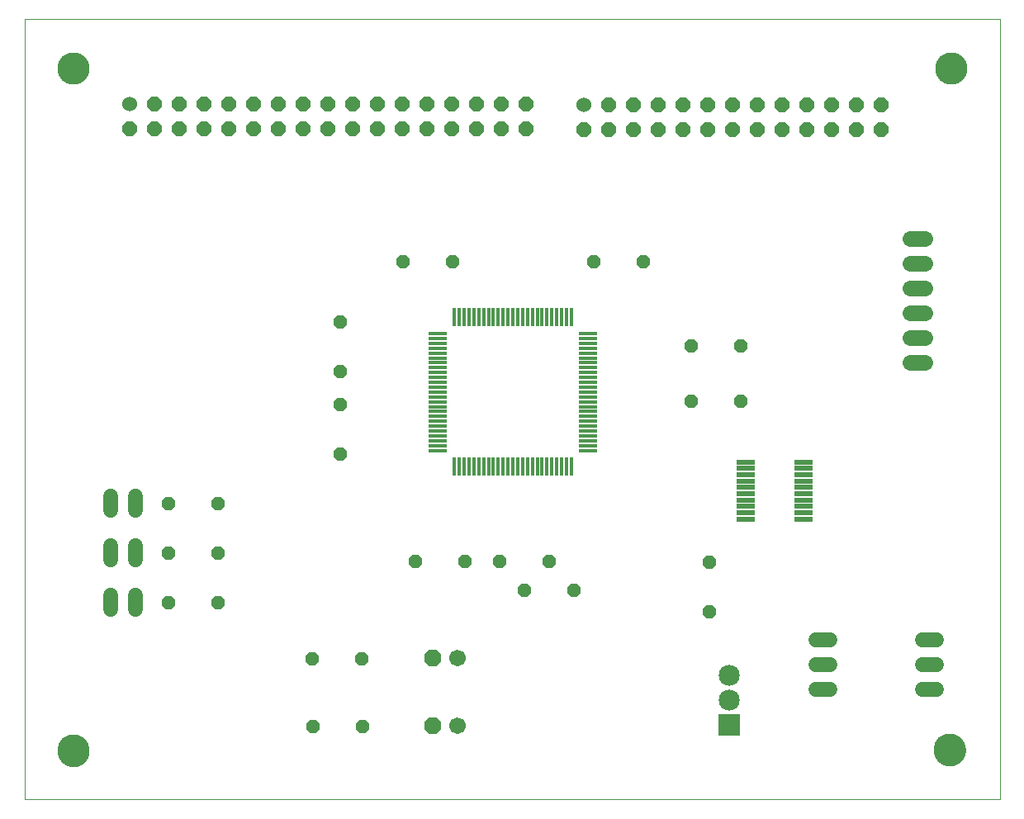
<source format=gts>
G75*
%MOIN*%
%OFA0B0*%
%FSLAX25Y25*%
%IPPOS*%
%LPD*%
%AMOC8*
5,1,8,0,0,1.08239X$1,22.5*
%
%ADD10C,0.00000*%
%ADD11C,0.12998*%
%ADD12OC8,0.05600*%
%ADD13OC8,0.06700*%
%ADD14C,0.06700*%
%ADD15C,0.06000*%
%ADD16OC8,0.06000*%
%ADD17R,0.07400X0.01500*%
%ADD18R,0.01500X0.07400*%
%ADD19R,0.07400X0.02000*%
%ADD20R,0.08500X0.08500*%
%ADD21C,0.08500*%
%ADD22C,0.06400*%
%ADD23C,0.06000*%
D10*
X0001000Y0001000D02*
X0001000Y0315961D01*
X0394701Y0315961D01*
X0394701Y0001000D01*
X0001000Y0001000D01*
X0014386Y0020685D02*
X0014388Y0020843D01*
X0014394Y0021001D01*
X0014404Y0021159D01*
X0014418Y0021317D01*
X0014436Y0021474D01*
X0014457Y0021631D01*
X0014483Y0021787D01*
X0014513Y0021943D01*
X0014546Y0022098D01*
X0014584Y0022251D01*
X0014625Y0022404D01*
X0014670Y0022556D01*
X0014719Y0022707D01*
X0014772Y0022856D01*
X0014828Y0023004D01*
X0014888Y0023150D01*
X0014952Y0023295D01*
X0015020Y0023438D01*
X0015091Y0023580D01*
X0015165Y0023720D01*
X0015243Y0023857D01*
X0015325Y0023993D01*
X0015409Y0024127D01*
X0015498Y0024258D01*
X0015589Y0024387D01*
X0015684Y0024514D01*
X0015781Y0024639D01*
X0015882Y0024761D01*
X0015986Y0024880D01*
X0016093Y0024997D01*
X0016203Y0025111D01*
X0016316Y0025222D01*
X0016431Y0025331D01*
X0016549Y0025436D01*
X0016670Y0025538D01*
X0016793Y0025638D01*
X0016919Y0025734D01*
X0017047Y0025827D01*
X0017177Y0025917D01*
X0017310Y0026003D01*
X0017445Y0026087D01*
X0017581Y0026166D01*
X0017720Y0026243D01*
X0017861Y0026315D01*
X0018003Y0026385D01*
X0018147Y0026450D01*
X0018293Y0026512D01*
X0018440Y0026570D01*
X0018589Y0026625D01*
X0018739Y0026676D01*
X0018890Y0026723D01*
X0019042Y0026766D01*
X0019195Y0026805D01*
X0019350Y0026841D01*
X0019505Y0026872D01*
X0019661Y0026900D01*
X0019817Y0026924D01*
X0019974Y0026944D01*
X0020132Y0026960D01*
X0020289Y0026972D01*
X0020448Y0026980D01*
X0020606Y0026984D01*
X0020764Y0026984D01*
X0020922Y0026980D01*
X0021081Y0026972D01*
X0021238Y0026960D01*
X0021396Y0026944D01*
X0021553Y0026924D01*
X0021709Y0026900D01*
X0021865Y0026872D01*
X0022020Y0026841D01*
X0022175Y0026805D01*
X0022328Y0026766D01*
X0022480Y0026723D01*
X0022631Y0026676D01*
X0022781Y0026625D01*
X0022930Y0026570D01*
X0023077Y0026512D01*
X0023223Y0026450D01*
X0023367Y0026385D01*
X0023509Y0026315D01*
X0023650Y0026243D01*
X0023789Y0026166D01*
X0023925Y0026087D01*
X0024060Y0026003D01*
X0024193Y0025917D01*
X0024323Y0025827D01*
X0024451Y0025734D01*
X0024577Y0025638D01*
X0024700Y0025538D01*
X0024821Y0025436D01*
X0024939Y0025331D01*
X0025054Y0025222D01*
X0025167Y0025111D01*
X0025277Y0024997D01*
X0025384Y0024880D01*
X0025488Y0024761D01*
X0025589Y0024639D01*
X0025686Y0024514D01*
X0025781Y0024387D01*
X0025872Y0024258D01*
X0025961Y0024127D01*
X0026045Y0023993D01*
X0026127Y0023857D01*
X0026205Y0023720D01*
X0026279Y0023580D01*
X0026350Y0023438D01*
X0026418Y0023295D01*
X0026482Y0023150D01*
X0026542Y0023004D01*
X0026598Y0022856D01*
X0026651Y0022707D01*
X0026700Y0022556D01*
X0026745Y0022404D01*
X0026786Y0022251D01*
X0026824Y0022098D01*
X0026857Y0021943D01*
X0026887Y0021787D01*
X0026913Y0021631D01*
X0026934Y0021474D01*
X0026952Y0021317D01*
X0026966Y0021159D01*
X0026976Y0021001D01*
X0026982Y0020843D01*
X0026984Y0020685D01*
X0026982Y0020527D01*
X0026976Y0020369D01*
X0026966Y0020211D01*
X0026952Y0020053D01*
X0026934Y0019896D01*
X0026913Y0019739D01*
X0026887Y0019583D01*
X0026857Y0019427D01*
X0026824Y0019272D01*
X0026786Y0019119D01*
X0026745Y0018966D01*
X0026700Y0018814D01*
X0026651Y0018663D01*
X0026598Y0018514D01*
X0026542Y0018366D01*
X0026482Y0018220D01*
X0026418Y0018075D01*
X0026350Y0017932D01*
X0026279Y0017790D01*
X0026205Y0017650D01*
X0026127Y0017513D01*
X0026045Y0017377D01*
X0025961Y0017243D01*
X0025872Y0017112D01*
X0025781Y0016983D01*
X0025686Y0016856D01*
X0025589Y0016731D01*
X0025488Y0016609D01*
X0025384Y0016490D01*
X0025277Y0016373D01*
X0025167Y0016259D01*
X0025054Y0016148D01*
X0024939Y0016039D01*
X0024821Y0015934D01*
X0024700Y0015832D01*
X0024577Y0015732D01*
X0024451Y0015636D01*
X0024323Y0015543D01*
X0024193Y0015453D01*
X0024060Y0015367D01*
X0023925Y0015283D01*
X0023789Y0015204D01*
X0023650Y0015127D01*
X0023509Y0015055D01*
X0023367Y0014985D01*
X0023223Y0014920D01*
X0023077Y0014858D01*
X0022930Y0014800D01*
X0022781Y0014745D01*
X0022631Y0014694D01*
X0022480Y0014647D01*
X0022328Y0014604D01*
X0022175Y0014565D01*
X0022020Y0014529D01*
X0021865Y0014498D01*
X0021709Y0014470D01*
X0021553Y0014446D01*
X0021396Y0014426D01*
X0021238Y0014410D01*
X0021081Y0014398D01*
X0020922Y0014390D01*
X0020764Y0014386D01*
X0020606Y0014386D01*
X0020448Y0014390D01*
X0020289Y0014398D01*
X0020132Y0014410D01*
X0019974Y0014426D01*
X0019817Y0014446D01*
X0019661Y0014470D01*
X0019505Y0014498D01*
X0019350Y0014529D01*
X0019195Y0014565D01*
X0019042Y0014604D01*
X0018890Y0014647D01*
X0018739Y0014694D01*
X0018589Y0014745D01*
X0018440Y0014800D01*
X0018293Y0014858D01*
X0018147Y0014920D01*
X0018003Y0014985D01*
X0017861Y0015055D01*
X0017720Y0015127D01*
X0017581Y0015204D01*
X0017445Y0015283D01*
X0017310Y0015367D01*
X0017177Y0015453D01*
X0017047Y0015543D01*
X0016919Y0015636D01*
X0016793Y0015732D01*
X0016670Y0015832D01*
X0016549Y0015934D01*
X0016431Y0016039D01*
X0016316Y0016148D01*
X0016203Y0016259D01*
X0016093Y0016373D01*
X0015986Y0016490D01*
X0015882Y0016609D01*
X0015781Y0016731D01*
X0015684Y0016856D01*
X0015589Y0016983D01*
X0015498Y0017112D01*
X0015409Y0017243D01*
X0015325Y0017377D01*
X0015243Y0017513D01*
X0015165Y0017650D01*
X0015091Y0017790D01*
X0015020Y0017932D01*
X0014952Y0018075D01*
X0014888Y0018220D01*
X0014828Y0018366D01*
X0014772Y0018514D01*
X0014719Y0018663D01*
X0014670Y0018814D01*
X0014625Y0018966D01*
X0014584Y0019119D01*
X0014546Y0019272D01*
X0014513Y0019427D01*
X0014483Y0019583D01*
X0014457Y0019739D01*
X0014436Y0019896D01*
X0014418Y0020053D01*
X0014404Y0020211D01*
X0014394Y0020369D01*
X0014388Y0020527D01*
X0014386Y0020685D01*
X0014386Y0296276D02*
X0014388Y0296434D01*
X0014394Y0296592D01*
X0014404Y0296750D01*
X0014418Y0296908D01*
X0014436Y0297065D01*
X0014457Y0297222D01*
X0014483Y0297378D01*
X0014513Y0297534D01*
X0014546Y0297689D01*
X0014584Y0297842D01*
X0014625Y0297995D01*
X0014670Y0298147D01*
X0014719Y0298298D01*
X0014772Y0298447D01*
X0014828Y0298595D01*
X0014888Y0298741D01*
X0014952Y0298886D01*
X0015020Y0299029D01*
X0015091Y0299171D01*
X0015165Y0299311D01*
X0015243Y0299448D01*
X0015325Y0299584D01*
X0015409Y0299718D01*
X0015498Y0299849D01*
X0015589Y0299978D01*
X0015684Y0300105D01*
X0015781Y0300230D01*
X0015882Y0300352D01*
X0015986Y0300471D01*
X0016093Y0300588D01*
X0016203Y0300702D01*
X0016316Y0300813D01*
X0016431Y0300922D01*
X0016549Y0301027D01*
X0016670Y0301129D01*
X0016793Y0301229D01*
X0016919Y0301325D01*
X0017047Y0301418D01*
X0017177Y0301508D01*
X0017310Y0301594D01*
X0017445Y0301678D01*
X0017581Y0301757D01*
X0017720Y0301834D01*
X0017861Y0301906D01*
X0018003Y0301976D01*
X0018147Y0302041D01*
X0018293Y0302103D01*
X0018440Y0302161D01*
X0018589Y0302216D01*
X0018739Y0302267D01*
X0018890Y0302314D01*
X0019042Y0302357D01*
X0019195Y0302396D01*
X0019350Y0302432D01*
X0019505Y0302463D01*
X0019661Y0302491D01*
X0019817Y0302515D01*
X0019974Y0302535D01*
X0020132Y0302551D01*
X0020289Y0302563D01*
X0020448Y0302571D01*
X0020606Y0302575D01*
X0020764Y0302575D01*
X0020922Y0302571D01*
X0021081Y0302563D01*
X0021238Y0302551D01*
X0021396Y0302535D01*
X0021553Y0302515D01*
X0021709Y0302491D01*
X0021865Y0302463D01*
X0022020Y0302432D01*
X0022175Y0302396D01*
X0022328Y0302357D01*
X0022480Y0302314D01*
X0022631Y0302267D01*
X0022781Y0302216D01*
X0022930Y0302161D01*
X0023077Y0302103D01*
X0023223Y0302041D01*
X0023367Y0301976D01*
X0023509Y0301906D01*
X0023650Y0301834D01*
X0023789Y0301757D01*
X0023925Y0301678D01*
X0024060Y0301594D01*
X0024193Y0301508D01*
X0024323Y0301418D01*
X0024451Y0301325D01*
X0024577Y0301229D01*
X0024700Y0301129D01*
X0024821Y0301027D01*
X0024939Y0300922D01*
X0025054Y0300813D01*
X0025167Y0300702D01*
X0025277Y0300588D01*
X0025384Y0300471D01*
X0025488Y0300352D01*
X0025589Y0300230D01*
X0025686Y0300105D01*
X0025781Y0299978D01*
X0025872Y0299849D01*
X0025961Y0299718D01*
X0026045Y0299584D01*
X0026127Y0299448D01*
X0026205Y0299311D01*
X0026279Y0299171D01*
X0026350Y0299029D01*
X0026418Y0298886D01*
X0026482Y0298741D01*
X0026542Y0298595D01*
X0026598Y0298447D01*
X0026651Y0298298D01*
X0026700Y0298147D01*
X0026745Y0297995D01*
X0026786Y0297842D01*
X0026824Y0297689D01*
X0026857Y0297534D01*
X0026887Y0297378D01*
X0026913Y0297222D01*
X0026934Y0297065D01*
X0026952Y0296908D01*
X0026966Y0296750D01*
X0026976Y0296592D01*
X0026982Y0296434D01*
X0026984Y0296276D01*
X0026982Y0296118D01*
X0026976Y0295960D01*
X0026966Y0295802D01*
X0026952Y0295644D01*
X0026934Y0295487D01*
X0026913Y0295330D01*
X0026887Y0295174D01*
X0026857Y0295018D01*
X0026824Y0294863D01*
X0026786Y0294710D01*
X0026745Y0294557D01*
X0026700Y0294405D01*
X0026651Y0294254D01*
X0026598Y0294105D01*
X0026542Y0293957D01*
X0026482Y0293811D01*
X0026418Y0293666D01*
X0026350Y0293523D01*
X0026279Y0293381D01*
X0026205Y0293241D01*
X0026127Y0293104D01*
X0026045Y0292968D01*
X0025961Y0292834D01*
X0025872Y0292703D01*
X0025781Y0292574D01*
X0025686Y0292447D01*
X0025589Y0292322D01*
X0025488Y0292200D01*
X0025384Y0292081D01*
X0025277Y0291964D01*
X0025167Y0291850D01*
X0025054Y0291739D01*
X0024939Y0291630D01*
X0024821Y0291525D01*
X0024700Y0291423D01*
X0024577Y0291323D01*
X0024451Y0291227D01*
X0024323Y0291134D01*
X0024193Y0291044D01*
X0024060Y0290958D01*
X0023925Y0290874D01*
X0023789Y0290795D01*
X0023650Y0290718D01*
X0023509Y0290646D01*
X0023367Y0290576D01*
X0023223Y0290511D01*
X0023077Y0290449D01*
X0022930Y0290391D01*
X0022781Y0290336D01*
X0022631Y0290285D01*
X0022480Y0290238D01*
X0022328Y0290195D01*
X0022175Y0290156D01*
X0022020Y0290120D01*
X0021865Y0290089D01*
X0021709Y0290061D01*
X0021553Y0290037D01*
X0021396Y0290017D01*
X0021238Y0290001D01*
X0021081Y0289989D01*
X0020922Y0289981D01*
X0020764Y0289977D01*
X0020606Y0289977D01*
X0020448Y0289981D01*
X0020289Y0289989D01*
X0020132Y0290001D01*
X0019974Y0290017D01*
X0019817Y0290037D01*
X0019661Y0290061D01*
X0019505Y0290089D01*
X0019350Y0290120D01*
X0019195Y0290156D01*
X0019042Y0290195D01*
X0018890Y0290238D01*
X0018739Y0290285D01*
X0018589Y0290336D01*
X0018440Y0290391D01*
X0018293Y0290449D01*
X0018147Y0290511D01*
X0018003Y0290576D01*
X0017861Y0290646D01*
X0017720Y0290718D01*
X0017581Y0290795D01*
X0017445Y0290874D01*
X0017310Y0290958D01*
X0017177Y0291044D01*
X0017047Y0291134D01*
X0016919Y0291227D01*
X0016793Y0291323D01*
X0016670Y0291423D01*
X0016549Y0291525D01*
X0016431Y0291630D01*
X0016316Y0291739D01*
X0016203Y0291850D01*
X0016093Y0291964D01*
X0015986Y0292081D01*
X0015882Y0292200D01*
X0015781Y0292322D01*
X0015684Y0292447D01*
X0015589Y0292574D01*
X0015498Y0292703D01*
X0015409Y0292834D01*
X0015325Y0292968D01*
X0015243Y0293104D01*
X0015165Y0293241D01*
X0015091Y0293381D01*
X0015020Y0293523D01*
X0014952Y0293666D01*
X0014888Y0293811D01*
X0014828Y0293957D01*
X0014772Y0294105D01*
X0014719Y0294254D01*
X0014670Y0294405D01*
X0014625Y0294557D01*
X0014584Y0294710D01*
X0014546Y0294863D01*
X0014513Y0295018D01*
X0014483Y0295174D01*
X0014457Y0295330D01*
X0014436Y0295487D01*
X0014418Y0295644D01*
X0014404Y0295802D01*
X0014394Y0295960D01*
X0014388Y0296118D01*
X0014386Y0296276D01*
X0368717Y0296276D02*
X0368719Y0296434D01*
X0368725Y0296592D01*
X0368735Y0296750D01*
X0368749Y0296908D01*
X0368767Y0297065D01*
X0368788Y0297222D01*
X0368814Y0297378D01*
X0368844Y0297534D01*
X0368877Y0297689D01*
X0368915Y0297842D01*
X0368956Y0297995D01*
X0369001Y0298147D01*
X0369050Y0298298D01*
X0369103Y0298447D01*
X0369159Y0298595D01*
X0369219Y0298741D01*
X0369283Y0298886D01*
X0369351Y0299029D01*
X0369422Y0299171D01*
X0369496Y0299311D01*
X0369574Y0299448D01*
X0369656Y0299584D01*
X0369740Y0299718D01*
X0369829Y0299849D01*
X0369920Y0299978D01*
X0370015Y0300105D01*
X0370112Y0300230D01*
X0370213Y0300352D01*
X0370317Y0300471D01*
X0370424Y0300588D01*
X0370534Y0300702D01*
X0370647Y0300813D01*
X0370762Y0300922D01*
X0370880Y0301027D01*
X0371001Y0301129D01*
X0371124Y0301229D01*
X0371250Y0301325D01*
X0371378Y0301418D01*
X0371508Y0301508D01*
X0371641Y0301594D01*
X0371776Y0301678D01*
X0371912Y0301757D01*
X0372051Y0301834D01*
X0372192Y0301906D01*
X0372334Y0301976D01*
X0372478Y0302041D01*
X0372624Y0302103D01*
X0372771Y0302161D01*
X0372920Y0302216D01*
X0373070Y0302267D01*
X0373221Y0302314D01*
X0373373Y0302357D01*
X0373526Y0302396D01*
X0373681Y0302432D01*
X0373836Y0302463D01*
X0373992Y0302491D01*
X0374148Y0302515D01*
X0374305Y0302535D01*
X0374463Y0302551D01*
X0374620Y0302563D01*
X0374779Y0302571D01*
X0374937Y0302575D01*
X0375095Y0302575D01*
X0375253Y0302571D01*
X0375412Y0302563D01*
X0375569Y0302551D01*
X0375727Y0302535D01*
X0375884Y0302515D01*
X0376040Y0302491D01*
X0376196Y0302463D01*
X0376351Y0302432D01*
X0376506Y0302396D01*
X0376659Y0302357D01*
X0376811Y0302314D01*
X0376962Y0302267D01*
X0377112Y0302216D01*
X0377261Y0302161D01*
X0377408Y0302103D01*
X0377554Y0302041D01*
X0377698Y0301976D01*
X0377840Y0301906D01*
X0377981Y0301834D01*
X0378120Y0301757D01*
X0378256Y0301678D01*
X0378391Y0301594D01*
X0378524Y0301508D01*
X0378654Y0301418D01*
X0378782Y0301325D01*
X0378908Y0301229D01*
X0379031Y0301129D01*
X0379152Y0301027D01*
X0379270Y0300922D01*
X0379385Y0300813D01*
X0379498Y0300702D01*
X0379608Y0300588D01*
X0379715Y0300471D01*
X0379819Y0300352D01*
X0379920Y0300230D01*
X0380017Y0300105D01*
X0380112Y0299978D01*
X0380203Y0299849D01*
X0380292Y0299718D01*
X0380376Y0299584D01*
X0380458Y0299448D01*
X0380536Y0299311D01*
X0380610Y0299171D01*
X0380681Y0299029D01*
X0380749Y0298886D01*
X0380813Y0298741D01*
X0380873Y0298595D01*
X0380929Y0298447D01*
X0380982Y0298298D01*
X0381031Y0298147D01*
X0381076Y0297995D01*
X0381117Y0297842D01*
X0381155Y0297689D01*
X0381188Y0297534D01*
X0381218Y0297378D01*
X0381244Y0297222D01*
X0381265Y0297065D01*
X0381283Y0296908D01*
X0381297Y0296750D01*
X0381307Y0296592D01*
X0381313Y0296434D01*
X0381315Y0296276D01*
X0381313Y0296118D01*
X0381307Y0295960D01*
X0381297Y0295802D01*
X0381283Y0295644D01*
X0381265Y0295487D01*
X0381244Y0295330D01*
X0381218Y0295174D01*
X0381188Y0295018D01*
X0381155Y0294863D01*
X0381117Y0294710D01*
X0381076Y0294557D01*
X0381031Y0294405D01*
X0380982Y0294254D01*
X0380929Y0294105D01*
X0380873Y0293957D01*
X0380813Y0293811D01*
X0380749Y0293666D01*
X0380681Y0293523D01*
X0380610Y0293381D01*
X0380536Y0293241D01*
X0380458Y0293104D01*
X0380376Y0292968D01*
X0380292Y0292834D01*
X0380203Y0292703D01*
X0380112Y0292574D01*
X0380017Y0292447D01*
X0379920Y0292322D01*
X0379819Y0292200D01*
X0379715Y0292081D01*
X0379608Y0291964D01*
X0379498Y0291850D01*
X0379385Y0291739D01*
X0379270Y0291630D01*
X0379152Y0291525D01*
X0379031Y0291423D01*
X0378908Y0291323D01*
X0378782Y0291227D01*
X0378654Y0291134D01*
X0378524Y0291044D01*
X0378391Y0290958D01*
X0378256Y0290874D01*
X0378120Y0290795D01*
X0377981Y0290718D01*
X0377840Y0290646D01*
X0377698Y0290576D01*
X0377554Y0290511D01*
X0377408Y0290449D01*
X0377261Y0290391D01*
X0377112Y0290336D01*
X0376962Y0290285D01*
X0376811Y0290238D01*
X0376659Y0290195D01*
X0376506Y0290156D01*
X0376351Y0290120D01*
X0376196Y0290089D01*
X0376040Y0290061D01*
X0375884Y0290037D01*
X0375727Y0290017D01*
X0375569Y0290001D01*
X0375412Y0289989D01*
X0375253Y0289981D01*
X0375095Y0289977D01*
X0374937Y0289977D01*
X0374779Y0289981D01*
X0374620Y0289989D01*
X0374463Y0290001D01*
X0374305Y0290017D01*
X0374148Y0290037D01*
X0373992Y0290061D01*
X0373836Y0290089D01*
X0373681Y0290120D01*
X0373526Y0290156D01*
X0373373Y0290195D01*
X0373221Y0290238D01*
X0373070Y0290285D01*
X0372920Y0290336D01*
X0372771Y0290391D01*
X0372624Y0290449D01*
X0372478Y0290511D01*
X0372334Y0290576D01*
X0372192Y0290646D01*
X0372051Y0290718D01*
X0371912Y0290795D01*
X0371776Y0290874D01*
X0371641Y0290958D01*
X0371508Y0291044D01*
X0371378Y0291134D01*
X0371250Y0291227D01*
X0371124Y0291323D01*
X0371001Y0291423D01*
X0370880Y0291525D01*
X0370762Y0291630D01*
X0370647Y0291739D01*
X0370534Y0291850D01*
X0370424Y0291964D01*
X0370317Y0292081D01*
X0370213Y0292200D01*
X0370112Y0292322D01*
X0370015Y0292447D01*
X0369920Y0292574D01*
X0369829Y0292703D01*
X0369740Y0292834D01*
X0369656Y0292968D01*
X0369574Y0293104D01*
X0369496Y0293241D01*
X0369422Y0293381D01*
X0369351Y0293523D01*
X0369283Y0293666D01*
X0369219Y0293811D01*
X0369159Y0293957D01*
X0369103Y0294105D01*
X0369050Y0294254D01*
X0369001Y0294405D01*
X0368956Y0294557D01*
X0368915Y0294710D01*
X0368877Y0294863D01*
X0368844Y0295018D01*
X0368814Y0295174D01*
X0368788Y0295330D01*
X0368767Y0295487D01*
X0368749Y0295644D01*
X0368735Y0295802D01*
X0368725Y0295960D01*
X0368719Y0296118D01*
X0368717Y0296276D01*
X0368115Y0021008D02*
X0368117Y0021166D01*
X0368123Y0021324D01*
X0368133Y0021482D01*
X0368147Y0021640D01*
X0368165Y0021797D01*
X0368186Y0021954D01*
X0368212Y0022110D01*
X0368242Y0022266D01*
X0368275Y0022421D01*
X0368313Y0022574D01*
X0368354Y0022727D01*
X0368399Y0022879D01*
X0368448Y0023030D01*
X0368501Y0023179D01*
X0368557Y0023327D01*
X0368617Y0023473D01*
X0368681Y0023618D01*
X0368749Y0023761D01*
X0368820Y0023903D01*
X0368894Y0024043D01*
X0368972Y0024180D01*
X0369054Y0024316D01*
X0369138Y0024450D01*
X0369227Y0024581D01*
X0369318Y0024710D01*
X0369413Y0024837D01*
X0369510Y0024962D01*
X0369611Y0025084D01*
X0369715Y0025203D01*
X0369822Y0025320D01*
X0369932Y0025434D01*
X0370045Y0025545D01*
X0370160Y0025654D01*
X0370278Y0025759D01*
X0370399Y0025861D01*
X0370522Y0025961D01*
X0370648Y0026057D01*
X0370776Y0026150D01*
X0370906Y0026240D01*
X0371039Y0026326D01*
X0371174Y0026410D01*
X0371310Y0026489D01*
X0371449Y0026566D01*
X0371590Y0026638D01*
X0371732Y0026708D01*
X0371876Y0026773D01*
X0372022Y0026835D01*
X0372169Y0026893D01*
X0372318Y0026948D01*
X0372468Y0026999D01*
X0372619Y0027046D01*
X0372771Y0027089D01*
X0372924Y0027128D01*
X0373079Y0027164D01*
X0373234Y0027195D01*
X0373390Y0027223D01*
X0373546Y0027247D01*
X0373703Y0027267D01*
X0373861Y0027283D01*
X0374018Y0027295D01*
X0374177Y0027303D01*
X0374335Y0027307D01*
X0374493Y0027307D01*
X0374651Y0027303D01*
X0374810Y0027295D01*
X0374967Y0027283D01*
X0375125Y0027267D01*
X0375282Y0027247D01*
X0375438Y0027223D01*
X0375594Y0027195D01*
X0375749Y0027164D01*
X0375904Y0027128D01*
X0376057Y0027089D01*
X0376209Y0027046D01*
X0376360Y0026999D01*
X0376510Y0026948D01*
X0376659Y0026893D01*
X0376806Y0026835D01*
X0376952Y0026773D01*
X0377096Y0026708D01*
X0377238Y0026638D01*
X0377379Y0026566D01*
X0377518Y0026489D01*
X0377654Y0026410D01*
X0377789Y0026326D01*
X0377922Y0026240D01*
X0378052Y0026150D01*
X0378180Y0026057D01*
X0378306Y0025961D01*
X0378429Y0025861D01*
X0378550Y0025759D01*
X0378668Y0025654D01*
X0378783Y0025545D01*
X0378896Y0025434D01*
X0379006Y0025320D01*
X0379113Y0025203D01*
X0379217Y0025084D01*
X0379318Y0024962D01*
X0379415Y0024837D01*
X0379510Y0024710D01*
X0379601Y0024581D01*
X0379690Y0024450D01*
X0379774Y0024316D01*
X0379856Y0024180D01*
X0379934Y0024043D01*
X0380008Y0023903D01*
X0380079Y0023761D01*
X0380147Y0023618D01*
X0380211Y0023473D01*
X0380271Y0023327D01*
X0380327Y0023179D01*
X0380380Y0023030D01*
X0380429Y0022879D01*
X0380474Y0022727D01*
X0380515Y0022574D01*
X0380553Y0022421D01*
X0380586Y0022266D01*
X0380616Y0022110D01*
X0380642Y0021954D01*
X0380663Y0021797D01*
X0380681Y0021640D01*
X0380695Y0021482D01*
X0380705Y0021324D01*
X0380711Y0021166D01*
X0380713Y0021008D01*
X0380711Y0020850D01*
X0380705Y0020692D01*
X0380695Y0020534D01*
X0380681Y0020376D01*
X0380663Y0020219D01*
X0380642Y0020062D01*
X0380616Y0019906D01*
X0380586Y0019750D01*
X0380553Y0019595D01*
X0380515Y0019442D01*
X0380474Y0019289D01*
X0380429Y0019137D01*
X0380380Y0018986D01*
X0380327Y0018837D01*
X0380271Y0018689D01*
X0380211Y0018543D01*
X0380147Y0018398D01*
X0380079Y0018255D01*
X0380008Y0018113D01*
X0379934Y0017973D01*
X0379856Y0017836D01*
X0379774Y0017700D01*
X0379690Y0017566D01*
X0379601Y0017435D01*
X0379510Y0017306D01*
X0379415Y0017179D01*
X0379318Y0017054D01*
X0379217Y0016932D01*
X0379113Y0016813D01*
X0379006Y0016696D01*
X0378896Y0016582D01*
X0378783Y0016471D01*
X0378668Y0016362D01*
X0378550Y0016257D01*
X0378429Y0016155D01*
X0378306Y0016055D01*
X0378180Y0015959D01*
X0378052Y0015866D01*
X0377922Y0015776D01*
X0377789Y0015690D01*
X0377654Y0015606D01*
X0377518Y0015527D01*
X0377379Y0015450D01*
X0377238Y0015378D01*
X0377096Y0015308D01*
X0376952Y0015243D01*
X0376806Y0015181D01*
X0376659Y0015123D01*
X0376510Y0015068D01*
X0376360Y0015017D01*
X0376209Y0014970D01*
X0376057Y0014927D01*
X0375904Y0014888D01*
X0375749Y0014852D01*
X0375594Y0014821D01*
X0375438Y0014793D01*
X0375282Y0014769D01*
X0375125Y0014749D01*
X0374967Y0014733D01*
X0374810Y0014721D01*
X0374651Y0014713D01*
X0374493Y0014709D01*
X0374335Y0014709D01*
X0374177Y0014713D01*
X0374018Y0014721D01*
X0373861Y0014733D01*
X0373703Y0014749D01*
X0373546Y0014769D01*
X0373390Y0014793D01*
X0373234Y0014821D01*
X0373079Y0014852D01*
X0372924Y0014888D01*
X0372771Y0014927D01*
X0372619Y0014970D01*
X0372468Y0015017D01*
X0372318Y0015068D01*
X0372169Y0015123D01*
X0372022Y0015181D01*
X0371876Y0015243D01*
X0371732Y0015308D01*
X0371590Y0015378D01*
X0371449Y0015450D01*
X0371310Y0015527D01*
X0371174Y0015606D01*
X0371039Y0015690D01*
X0370906Y0015776D01*
X0370776Y0015866D01*
X0370648Y0015959D01*
X0370522Y0016055D01*
X0370399Y0016155D01*
X0370278Y0016257D01*
X0370160Y0016362D01*
X0370045Y0016471D01*
X0369932Y0016582D01*
X0369822Y0016696D01*
X0369715Y0016813D01*
X0369611Y0016932D01*
X0369510Y0017054D01*
X0369413Y0017179D01*
X0369318Y0017306D01*
X0369227Y0017435D01*
X0369138Y0017566D01*
X0369054Y0017700D01*
X0368972Y0017836D01*
X0368894Y0017973D01*
X0368820Y0018113D01*
X0368749Y0018255D01*
X0368681Y0018398D01*
X0368617Y0018543D01*
X0368557Y0018689D01*
X0368501Y0018837D01*
X0368448Y0018986D01*
X0368399Y0019137D01*
X0368354Y0019289D01*
X0368313Y0019442D01*
X0368275Y0019595D01*
X0368242Y0019750D01*
X0368212Y0019906D01*
X0368186Y0020062D01*
X0368165Y0020219D01*
X0368147Y0020376D01*
X0368133Y0020534D01*
X0368123Y0020692D01*
X0368117Y0020850D01*
X0368115Y0021008D01*
D11*
X0374414Y0021008D03*
X0375016Y0296276D03*
X0020685Y0296276D03*
X0020685Y0020685D03*
D12*
X0059199Y0080504D03*
X0059199Y0100504D03*
X0079199Y0100504D03*
X0079199Y0080504D03*
X0117297Y0057664D03*
X0137297Y0057664D03*
X0137510Y0030440D03*
X0117510Y0030440D03*
X0158761Y0097123D03*
X0178761Y0097123D03*
X0192662Y0097064D03*
X0202944Y0085586D03*
X0212662Y0097064D03*
X0222944Y0085586D03*
X0277566Y0076696D03*
X0277566Y0096696D03*
X0270111Y0161877D03*
X0290111Y0161877D03*
X0290141Y0183961D03*
X0270141Y0183961D03*
X0250882Y0218030D03*
X0230882Y0218030D03*
X0173884Y0218035D03*
X0153884Y0218035D03*
X0128585Y0193882D03*
X0128585Y0173882D03*
X0128571Y0160608D03*
X0128571Y0140608D03*
X0079199Y0120504D03*
X0059199Y0120504D03*
D13*
X0165757Y0057994D03*
X0165891Y0030636D03*
D14*
X0175891Y0030636D03*
X0175757Y0057994D03*
D15*
X0226942Y0281463D03*
X0043572Y0281692D03*
D16*
X0053572Y0281692D03*
X0063572Y0281692D03*
X0073572Y0281692D03*
X0083572Y0281692D03*
X0093572Y0281692D03*
X0103572Y0281692D03*
X0113572Y0281692D03*
X0123572Y0281692D03*
X0133572Y0281692D03*
X0143572Y0281692D03*
X0153572Y0281692D03*
X0163572Y0281692D03*
X0173572Y0281692D03*
X0183572Y0281692D03*
X0193572Y0281692D03*
X0203572Y0281692D03*
X0203572Y0271692D03*
X0193572Y0271692D03*
X0183572Y0271692D03*
X0173572Y0271692D03*
X0163572Y0271692D03*
X0153572Y0271692D03*
X0143572Y0271692D03*
X0133572Y0271692D03*
X0123572Y0271692D03*
X0113572Y0271692D03*
X0103572Y0271692D03*
X0093572Y0271692D03*
X0083572Y0271692D03*
X0073572Y0271692D03*
X0063572Y0271692D03*
X0053572Y0271692D03*
X0043572Y0271692D03*
X0226942Y0271463D03*
X0236942Y0271463D03*
X0236942Y0281463D03*
X0246942Y0281463D03*
X0256942Y0281463D03*
X0256942Y0271463D03*
X0246942Y0271463D03*
X0266942Y0271463D03*
X0276942Y0271463D03*
X0276942Y0281463D03*
X0266942Y0281463D03*
X0286942Y0281463D03*
X0286942Y0271463D03*
X0296942Y0271463D03*
X0306942Y0271463D03*
X0306942Y0281463D03*
X0296942Y0281463D03*
X0316942Y0281463D03*
X0326942Y0281463D03*
X0326942Y0271463D03*
X0316942Y0271463D03*
X0336942Y0271463D03*
X0346942Y0271463D03*
X0346942Y0281463D03*
X0336942Y0281463D03*
D17*
X0228371Y0189123D03*
X0228371Y0187155D03*
X0228371Y0185186D03*
X0228371Y0183218D03*
X0228371Y0181249D03*
X0228371Y0179281D03*
X0228371Y0177312D03*
X0228371Y0175344D03*
X0228371Y0173375D03*
X0228371Y0171407D03*
X0228371Y0169438D03*
X0228371Y0167470D03*
X0228371Y0165501D03*
X0228371Y0163533D03*
X0228371Y0161564D03*
X0228371Y0159596D03*
X0228371Y0157627D03*
X0228371Y0155659D03*
X0228371Y0153690D03*
X0228371Y0151721D03*
X0228371Y0149753D03*
X0228371Y0147784D03*
X0228371Y0145816D03*
X0228371Y0143847D03*
X0228371Y0141879D03*
X0167971Y0141879D03*
X0167971Y0143847D03*
X0167971Y0145816D03*
X0167971Y0147784D03*
X0167971Y0149753D03*
X0167971Y0151721D03*
X0167971Y0153690D03*
X0167971Y0155659D03*
X0167971Y0157627D03*
X0167971Y0159596D03*
X0167971Y0161564D03*
X0167971Y0163533D03*
X0167971Y0165501D03*
X0167971Y0167470D03*
X0167971Y0169438D03*
X0167971Y0171407D03*
X0167971Y0173375D03*
X0167971Y0175344D03*
X0167971Y0177312D03*
X0167971Y0179281D03*
X0167971Y0181249D03*
X0167971Y0183218D03*
X0167971Y0185186D03*
X0167971Y0187155D03*
X0167971Y0189123D03*
D18*
X0174549Y0195701D03*
X0176518Y0195701D03*
X0178486Y0195701D03*
X0180455Y0195701D03*
X0182423Y0195701D03*
X0184392Y0195701D03*
X0186360Y0195701D03*
X0188329Y0195701D03*
X0190297Y0195701D03*
X0192266Y0195701D03*
X0194234Y0195701D03*
X0196203Y0195701D03*
X0198171Y0195701D03*
X0200140Y0195701D03*
X0202108Y0195701D03*
X0204077Y0195701D03*
X0206045Y0195701D03*
X0208014Y0195701D03*
X0209982Y0195701D03*
X0211951Y0195701D03*
X0213919Y0195701D03*
X0215888Y0195701D03*
X0217856Y0195701D03*
X0219825Y0195701D03*
X0221793Y0195701D03*
X0221793Y0135301D03*
X0219825Y0135301D03*
X0217856Y0135301D03*
X0215888Y0135301D03*
X0213919Y0135301D03*
X0211951Y0135301D03*
X0209982Y0135301D03*
X0208014Y0135301D03*
X0206045Y0135301D03*
X0204077Y0135301D03*
X0202108Y0135301D03*
X0200140Y0135301D03*
X0198171Y0135301D03*
X0196203Y0135301D03*
X0194234Y0135301D03*
X0192266Y0135301D03*
X0190297Y0135301D03*
X0188329Y0135301D03*
X0186360Y0135301D03*
X0184392Y0135301D03*
X0182423Y0135301D03*
X0180455Y0135301D03*
X0178486Y0135301D03*
X0176518Y0135301D03*
X0174549Y0135301D03*
D19*
X0292143Y0134673D03*
X0292143Y0137233D03*
X0292143Y0132113D03*
X0292143Y0129553D03*
X0292143Y0126993D03*
X0292143Y0124433D03*
X0292143Y0121873D03*
X0292143Y0119313D03*
X0292143Y0116753D03*
X0292143Y0114193D03*
X0315543Y0114193D03*
X0315543Y0116753D03*
X0315543Y0119313D03*
X0315543Y0121873D03*
X0315543Y0124433D03*
X0315543Y0126993D03*
X0315543Y0129553D03*
X0315543Y0132113D03*
X0315543Y0134673D03*
X0315543Y0137233D03*
D20*
X0285558Y0031089D03*
D21*
X0285558Y0041089D03*
X0285558Y0051089D03*
D22*
X0358440Y0177527D02*
X0364440Y0177527D01*
X0364440Y0187527D02*
X0358440Y0187527D01*
X0358440Y0197527D02*
X0364440Y0197527D01*
X0364440Y0207527D02*
X0358440Y0207527D01*
X0358440Y0217527D02*
X0364440Y0217527D01*
X0364440Y0227527D02*
X0358440Y0227527D01*
D23*
X0363593Y0065445D02*
X0369193Y0065445D01*
X0369193Y0055445D02*
X0363593Y0055445D01*
X0363593Y0045445D02*
X0369193Y0045445D01*
X0326244Y0045437D02*
X0320644Y0045437D01*
X0320644Y0055437D02*
X0326244Y0055437D01*
X0326244Y0065437D02*
X0320644Y0065437D01*
X0045964Y0077760D02*
X0045964Y0083360D01*
X0035964Y0083360D02*
X0035964Y0077760D01*
X0035964Y0097760D02*
X0035964Y0103360D01*
X0045964Y0103360D02*
X0045964Y0097760D01*
X0045964Y0117760D02*
X0045964Y0123360D01*
X0035964Y0123360D02*
X0035964Y0117760D01*
M02*

</source>
